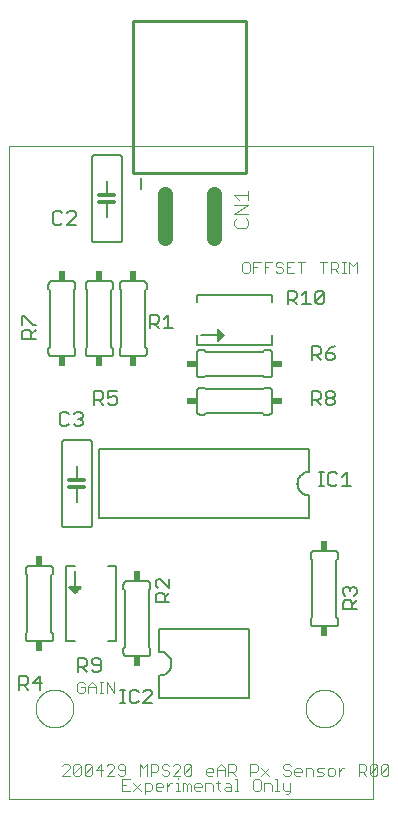
<source format=gto>
G75*
%MOIN*%
%OFA0B0*%
%FSLAX25Y25*%
%IPPOS*%
%LPD*%
%AMOC8*
5,1,8,0,0,1.08239X$1,22.5*
%
%ADD10C,0.00000*%
%ADD11C,0.00300*%
%ADD12C,0.01200*%
%ADD13C,0.00600*%
%ADD14C,0.00500*%
%ADD15C,0.05000*%
%ADD16C,0.01000*%
%ADD17C,0.00400*%
%ADD18R,0.02400X0.03400*%
%ADD19R,0.03400X0.02400*%
D10*
X0001800Y0001800D02*
X0001800Y0219261D01*
X0123001Y0219261D01*
X0123001Y0001800D01*
X0001800Y0001800D01*
X0010501Y0031800D02*
X0010503Y0031958D01*
X0010509Y0032116D01*
X0010519Y0032274D01*
X0010533Y0032432D01*
X0010551Y0032589D01*
X0010572Y0032746D01*
X0010598Y0032902D01*
X0010628Y0033058D01*
X0010661Y0033213D01*
X0010699Y0033366D01*
X0010740Y0033519D01*
X0010785Y0033671D01*
X0010834Y0033822D01*
X0010887Y0033971D01*
X0010943Y0034119D01*
X0011003Y0034265D01*
X0011067Y0034410D01*
X0011135Y0034553D01*
X0011206Y0034695D01*
X0011280Y0034835D01*
X0011358Y0034972D01*
X0011440Y0035108D01*
X0011524Y0035242D01*
X0011613Y0035373D01*
X0011704Y0035502D01*
X0011799Y0035629D01*
X0011896Y0035754D01*
X0011997Y0035876D01*
X0012101Y0035995D01*
X0012208Y0036112D01*
X0012318Y0036226D01*
X0012431Y0036337D01*
X0012546Y0036446D01*
X0012664Y0036551D01*
X0012785Y0036653D01*
X0012908Y0036753D01*
X0013034Y0036849D01*
X0013162Y0036942D01*
X0013292Y0037032D01*
X0013425Y0037118D01*
X0013560Y0037202D01*
X0013696Y0037281D01*
X0013835Y0037358D01*
X0013976Y0037430D01*
X0014118Y0037500D01*
X0014262Y0037565D01*
X0014408Y0037627D01*
X0014555Y0037685D01*
X0014704Y0037740D01*
X0014854Y0037791D01*
X0015005Y0037838D01*
X0015157Y0037881D01*
X0015310Y0037920D01*
X0015465Y0037956D01*
X0015620Y0037987D01*
X0015776Y0038015D01*
X0015932Y0038039D01*
X0016089Y0038059D01*
X0016247Y0038075D01*
X0016404Y0038087D01*
X0016563Y0038095D01*
X0016721Y0038099D01*
X0016879Y0038099D01*
X0017037Y0038095D01*
X0017196Y0038087D01*
X0017353Y0038075D01*
X0017511Y0038059D01*
X0017668Y0038039D01*
X0017824Y0038015D01*
X0017980Y0037987D01*
X0018135Y0037956D01*
X0018290Y0037920D01*
X0018443Y0037881D01*
X0018595Y0037838D01*
X0018746Y0037791D01*
X0018896Y0037740D01*
X0019045Y0037685D01*
X0019192Y0037627D01*
X0019338Y0037565D01*
X0019482Y0037500D01*
X0019624Y0037430D01*
X0019765Y0037358D01*
X0019904Y0037281D01*
X0020040Y0037202D01*
X0020175Y0037118D01*
X0020308Y0037032D01*
X0020438Y0036942D01*
X0020566Y0036849D01*
X0020692Y0036753D01*
X0020815Y0036653D01*
X0020936Y0036551D01*
X0021054Y0036446D01*
X0021169Y0036337D01*
X0021282Y0036226D01*
X0021392Y0036112D01*
X0021499Y0035995D01*
X0021603Y0035876D01*
X0021704Y0035754D01*
X0021801Y0035629D01*
X0021896Y0035502D01*
X0021987Y0035373D01*
X0022076Y0035242D01*
X0022160Y0035108D01*
X0022242Y0034972D01*
X0022320Y0034835D01*
X0022394Y0034695D01*
X0022465Y0034553D01*
X0022533Y0034410D01*
X0022597Y0034265D01*
X0022657Y0034119D01*
X0022713Y0033971D01*
X0022766Y0033822D01*
X0022815Y0033671D01*
X0022860Y0033519D01*
X0022901Y0033366D01*
X0022939Y0033213D01*
X0022972Y0033058D01*
X0023002Y0032902D01*
X0023028Y0032746D01*
X0023049Y0032589D01*
X0023067Y0032432D01*
X0023081Y0032274D01*
X0023091Y0032116D01*
X0023097Y0031958D01*
X0023099Y0031800D01*
X0023097Y0031642D01*
X0023091Y0031484D01*
X0023081Y0031326D01*
X0023067Y0031168D01*
X0023049Y0031011D01*
X0023028Y0030854D01*
X0023002Y0030698D01*
X0022972Y0030542D01*
X0022939Y0030387D01*
X0022901Y0030234D01*
X0022860Y0030081D01*
X0022815Y0029929D01*
X0022766Y0029778D01*
X0022713Y0029629D01*
X0022657Y0029481D01*
X0022597Y0029335D01*
X0022533Y0029190D01*
X0022465Y0029047D01*
X0022394Y0028905D01*
X0022320Y0028765D01*
X0022242Y0028628D01*
X0022160Y0028492D01*
X0022076Y0028358D01*
X0021987Y0028227D01*
X0021896Y0028098D01*
X0021801Y0027971D01*
X0021704Y0027846D01*
X0021603Y0027724D01*
X0021499Y0027605D01*
X0021392Y0027488D01*
X0021282Y0027374D01*
X0021169Y0027263D01*
X0021054Y0027154D01*
X0020936Y0027049D01*
X0020815Y0026947D01*
X0020692Y0026847D01*
X0020566Y0026751D01*
X0020438Y0026658D01*
X0020308Y0026568D01*
X0020175Y0026482D01*
X0020040Y0026398D01*
X0019904Y0026319D01*
X0019765Y0026242D01*
X0019624Y0026170D01*
X0019482Y0026100D01*
X0019338Y0026035D01*
X0019192Y0025973D01*
X0019045Y0025915D01*
X0018896Y0025860D01*
X0018746Y0025809D01*
X0018595Y0025762D01*
X0018443Y0025719D01*
X0018290Y0025680D01*
X0018135Y0025644D01*
X0017980Y0025613D01*
X0017824Y0025585D01*
X0017668Y0025561D01*
X0017511Y0025541D01*
X0017353Y0025525D01*
X0017196Y0025513D01*
X0017037Y0025505D01*
X0016879Y0025501D01*
X0016721Y0025501D01*
X0016563Y0025505D01*
X0016404Y0025513D01*
X0016247Y0025525D01*
X0016089Y0025541D01*
X0015932Y0025561D01*
X0015776Y0025585D01*
X0015620Y0025613D01*
X0015465Y0025644D01*
X0015310Y0025680D01*
X0015157Y0025719D01*
X0015005Y0025762D01*
X0014854Y0025809D01*
X0014704Y0025860D01*
X0014555Y0025915D01*
X0014408Y0025973D01*
X0014262Y0026035D01*
X0014118Y0026100D01*
X0013976Y0026170D01*
X0013835Y0026242D01*
X0013696Y0026319D01*
X0013560Y0026398D01*
X0013425Y0026482D01*
X0013292Y0026568D01*
X0013162Y0026658D01*
X0013034Y0026751D01*
X0012908Y0026847D01*
X0012785Y0026947D01*
X0012664Y0027049D01*
X0012546Y0027154D01*
X0012431Y0027263D01*
X0012318Y0027374D01*
X0012208Y0027488D01*
X0012101Y0027605D01*
X0011997Y0027724D01*
X0011896Y0027846D01*
X0011799Y0027971D01*
X0011704Y0028098D01*
X0011613Y0028227D01*
X0011524Y0028358D01*
X0011440Y0028492D01*
X0011358Y0028628D01*
X0011280Y0028765D01*
X0011206Y0028905D01*
X0011135Y0029047D01*
X0011067Y0029190D01*
X0011003Y0029335D01*
X0010943Y0029481D01*
X0010887Y0029629D01*
X0010834Y0029778D01*
X0010785Y0029929D01*
X0010740Y0030081D01*
X0010699Y0030234D01*
X0010661Y0030387D01*
X0010628Y0030542D01*
X0010598Y0030698D01*
X0010572Y0030854D01*
X0010551Y0031011D01*
X0010533Y0031168D01*
X0010519Y0031326D01*
X0010509Y0031484D01*
X0010503Y0031642D01*
X0010501Y0031800D01*
X0100501Y0031800D02*
X0100503Y0031958D01*
X0100509Y0032116D01*
X0100519Y0032274D01*
X0100533Y0032432D01*
X0100551Y0032589D01*
X0100572Y0032746D01*
X0100598Y0032902D01*
X0100628Y0033058D01*
X0100661Y0033213D01*
X0100699Y0033366D01*
X0100740Y0033519D01*
X0100785Y0033671D01*
X0100834Y0033822D01*
X0100887Y0033971D01*
X0100943Y0034119D01*
X0101003Y0034265D01*
X0101067Y0034410D01*
X0101135Y0034553D01*
X0101206Y0034695D01*
X0101280Y0034835D01*
X0101358Y0034972D01*
X0101440Y0035108D01*
X0101524Y0035242D01*
X0101613Y0035373D01*
X0101704Y0035502D01*
X0101799Y0035629D01*
X0101896Y0035754D01*
X0101997Y0035876D01*
X0102101Y0035995D01*
X0102208Y0036112D01*
X0102318Y0036226D01*
X0102431Y0036337D01*
X0102546Y0036446D01*
X0102664Y0036551D01*
X0102785Y0036653D01*
X0102908Y0036753D01*
X0103034Y0036849D01*
X0103162Y0036942D01*
X0103292Y0037032D01*
X0103425Y0037118D01*
X0103560Y0037202D01*
X0103696Y0037281D01*
X0103835Y0037358D01*
X0103976Y0037430D01*
X0104118Y0037500D01*
X0104262Y0037565D01*
X0104408Y0037627D01*
X0104555Y0037685D01*
X0104704Y0037740D01*
X0104854Y0037791D01*
X0105005Y0037838D01*
X0105157Y0037881D01*
X0105310Y0037920D01*
X0105465Y0037956D01*
X0105620Y0037987D01*
X0105776Y0038015D01*
X0105932Y0038039D01*
X0106089Y0038059D01*
X0106247Y0038075D01*
X0106404Y0038087D01*
X0106563Y0038095D01*
X0106721Y0038099D01*
X0106879Y0038099D01*
X0107037Y0038095D01*
X0107196Y0038087D01*
X0107353Y0038075D01*
X0107511Y0038059D01*
X0107668Y0038039D01*
X0107824Y0038015D01*
X0107980Y0037987D01*
X0108135Y0037956D01*
X0108290Y0037920D01*
X0108443Y0037881D01*
X0108595Y0037838D01*
X0108746Y0037791D01*
X0108896Y0037740D01*
X0109045Y0037685D01*
X0109192Y0037627D01*
X0109338Y0037565D01*
X0109482Y0037500D01*
X0109624Y0037430D01*
X0109765Y0037358D01*
X0109904Y0037281D01*
X0110040Y0037202D01*
X0110175Y0037118D01*
X0110308Y0037032D01*
X0110438Y0036942D01*
X0110566Y0036849D01*
X0110692Y0036753D01*
X0110815Y0036653D01*
X0110936Y0036551D01*
X0111054Y0036446D01*
X0111169Y0036337D01*
X0111282Y0036226D01*
X0111392Y0036112D01*
X0111499Y0035995D01*
X0111603Y0035876D01*
X0111704Y0035754D01*
X0111801Y0035629D01*
X0111896Y0035502D01*
X0111987Y0035373D01*
X0112076Y0035242D01*
X0112160Y0035108D01*
X0112242Y0034972D01*
X0112320Y0034835D01*
X0112394Y0034695D01*
X0112465Y0034553D01*
X0112533Y0034410D01*
X0112597Y0034265D01*
X0112657Y0034119D01*
X0112713Y0033971D01*
X0112766Y0033822D01*
X0112815Y0033671D01*
X0112860Y0033519D01*
X0112901Y0033366D01*
X0112939Y0033213D01*
X0112972Y0033058D01*
X0113002Y0032902D01*
X0113028Y0032746D01*
X0113049Y0032589D01*
X0113067Y0032432D01*
X0113081Y0032274D01*
X0113091Y0032116D01*
X0113097Y0031958D01*
X0113099Y0031800D01*
X0113097Y0031642D01*
X0113091Y0031484D01*
X0113081Y0031326D01*
X0113067Y0031168D01*
X0113049Y0031011D01*
X0113028Y0030854D01*
X0113002Y0030698D01*
X0112972Y0030542D01*
X0112939Y0030387D01*
X0112901Y0030234D01*
X0112860Y0030081D01*
X0112815Y0029929D01*
X0112766Y0029778D01*
X0112713Y0029629D01*
X0112657Y0029481D01*
X0112597Y0029335D01*
X0112533Y0029190D01*
X0112465Y0029047D01*
X0112394Y0028905D01*
X0112320Y0028765D01*
X0112242Y0028628D01*
X0112160Y0028492D01*
X0112076Y0028358D01*
X0111987Y0028227D01*
X0111896Y0028098D01*
X0111801Y0027971D01*
X0111704Y0027846D01*
X0111603Y0027724D01*
X0111499Y0027605D01*
X0111392Y0027488D01*
X0111282Y0027374D01*
X0111169Y0027263D01*
X0111054Y0027154D01*
X0110936Y0027049D01*
X0110815Y0026947D01*
X0110692Y0026847D01*
X0110566Y0026751D01*
X0110438Y0026658D01*
X0110308Y0026568D01*
X0110175Y0026482D01*
X0110040Y0026398D01*
X0109904Y0026319D01*
X0109765Y0026242D01*
X0109624Y0026170D01*
X0109482Y0026100D01*
X0109338Y0026035D01*
X0109192Y0025973D01*
X0109045Y0025915D01*
X0108896Y0025860D01*
X0108746Y0025809D01*
X0108595Y0025762D01*
X0108443Y0025719D01*
X0108290Y0025680D01*
X0108135Y0025644D01*
X0107980Y0025613D01*
X0107824Y0025585D01*
X0107668Y0025561D01*
X0107511Y0025541D01*
X0107353Y0025525D01*
X0107196Y0025513D01*
X0107037Y0025505D01*
X0106879Y0025501D01*
X0106721Y0025501D01*
X0106563Y0025505D01*
X0106404Y0025513D01*
X0106247Y0025525D01*
X0106089Y0025541D01*
X0105932Y0025561D01*
X0105776Y0025585D01*
X0105620Y0025613D01*
X0105465Y0025644D01*
X0105310Y0025680D01*
X0105157Y0025719D01*
X0105005Y0025762D01*
X0104854Y0025809D01*
X0104704Y0025860D01*
X0104555Y0025915D01*
X0104408Y0025973D01*
X0104262Y0026035D01*
X0104118Y0026100D01*
X0103976Y0026170D01*
X0103835Y0026242D01*
X0103696Y0026319D01*
X0103560Y0026398D01*
X0103425Y0026482D01*
X0103292Y0026568D01*
X0103162Y0026658D01*
X0103034Y0026751D01*
X0102908Y0026847D01*
X0102785Y0026947D01*
X0102664Y0027049D01*
X0102546Y0027154D01*
X0102431Y0027263D01*
X0102318Y0027374D01*
X0102208Y0027488D01*
X0102101Y0027605D01*
X0101997Y0027724D01*
X0101896Y0027846D01*
X0101799Y0027971D01*
X0101704Y0028098D01*
X0101613Y0028227D01*
X0101524Y0028358D01*
X0101440Y0028492D01*
X0101358Y0028628D01*
X0101280Y0028765D01*
X0101206Y0028905D01*
X0101135Y0029047D01*
X0101067Y0029190D01*
X0101003Y0029335D01*
X0100943Y0029481D01*
X0100887Y0029629D01*
X0100834Y0029778D01*
X0100785Y0029929D01*
X0100740Y0030081D01*
X0100699Y0030234D01*
X0100661Y0030387D01*
X0100628Y0030542D01*
X0100598Y0030698D01*
X0100572Y0030854D01*
X0100551Y0031011D01*
X0100533Y0031168D01*
X0100519Y0031326D01*
X0100509Y0031484D01*
X0100503Y0031642D01*
X0100501Y0031800D01*
D11*
X0094964Y0013153D02*
X0093730Y0013153D01*
X0093113Y0012536D01*
X0093113Y0011919D01*
X0093730Y0011302D01*
X0094964Y0011302D01*
X0095582Y0010684D01*
X0095582Y0010067D01*
X0094964Y0009450D01*
X0093730Y0009450D01*
X0093113Y0010067D01*
X0091017Y0008153D02*
X0091017Y0004450D01*
X0090400Y0004450D02*
X0091635Y0004450D01*
X0092856Y0005067D02*
X0092856Y0006919D01*
X0092856Y0005067D02*
X0093473Y0004450D01*
X0095324Y0004450D01*
X0095324Y0003833D02*
X0094707Y0003216D01*
X0094090Y0003216D01*
X0095324Y0003833D02*
X0095324Y0006919D01*
X0097413Y0009450D02*
X0096796Y0010067D01*
X0096796Y0011302D01*
X0097413Y0011919D01*
X0098648Y0011919D01*
X0099265Y0011302D01*
X0099265Y0010684D01*
X0096796Y0010684D01*
X0097413Y0009450D02*
X0098648Y0009450D01*
X0100479Y0009450D02*
X0100479Y0011919D01*
X0102331Y0011919D01*
X0102948Y0011302D01*
X0102948Y0009450D01*
X0104162Y0009450D02*
X0106014Y0009450D01*
X0106631Y0010067D01*
X0106014Y0010684D01*
X0104780Y0010684D01*
X0104162Y0011302D01*
X0104780Y0011919D01*
X0106631Y0011919D01*
X0107845Y0011302D02*
X0107845Y0010067D01*
X0108463Y0009450D01*
X0109697Y0009450D01*
X0110314Y0010067D01*
X0110314Y0011302D01*
X0109697Y0011919D01*
X0108463Y0011919D01*
X0107845Y0011302D01*
X0111529Y0011919D02*
X0111529Y0009450D01*
X0111529Y0010684D02*
X0112763Y0011919D01*
X0113380Y0011919D01*
X0118281Y0013153D02*
X0118281Y0009450D01*
X0118281Y0010684D02*
X0120133Y0010684D01*
X0120750Y0011302D01*
X0120750Y0012536D01*
X0120133Y0013153D01*
X0118281Y0013153D01*
X0119515Y0010684D02*
X0120750Y0009450D01*
X0121964Y0010067D02*
X0121964Y0012536D01*
X0122581Y0013153D01*
X0123816Y0013153D01*
X0124433Y0012536D01*
X0121964Y0010067D01*
X0122581Y0009450D01*
X0123816Y0009450D01*
X0124433Y0010067D01*
X0124433Y0012536D01*
X0125647Y0012536D02*
X0125647Y0010067D01*
X0128116Y0012536D01*
X0128116Y0010067D01*
X0127499Y0009450D01*
X0126265Y0009450D01*
X0125647Y0010067D01*
X0125647Y0012536D02*
X0126265Y0013153D01*
X0127499Y0013153D01*
X0128116Y0012536D01*
X0095582Y0012536D02*
X0094964Y0013153D01*
X0091017Y0008153D02*
X0090400Y0008153D01*
X0088569Y0006919D02*
X0089186Y0006302D01*
X0089186Y0004450D01*
X0088569Y0006919D02*
X0086717Y0006919D01*
X0086717Y0004450D01*
X0085503Y0005067D02*
X0085503Y0007536D01*
X0084885Y0008153D01*
X0083651Y0008153D01*
X0083034Y0007536D01*
X0083034Y0005067D01*
X0083651Y0004450D01*
X0084885Y0004450D01*
X0085503Y0005067D01*
X0085747Y0009450D02*
X0088215Y0011919D01*
X0085747Y0011919D02*
X0088215Y0009450D01*
X0084532Y0011302D02*
X0083915Y0010684D01*
X0082063Y0010684D01*
X0082063Y0009450D02*
X0082063Y0013153D01*
X0083915Y0013153D01*
X0084532Y0012536D01*
X0084532Y0011302D01*
X0078130Y0004450D02*
X0076895Y0004450D01*
X0077512Y0004450D02*
X0077512Y0008153D01*
X0076895Y0008153D01*
X0077166Y0009450D02*
X0075932Y0010684D01*
X0076549Y0010684D02*
X0074697Y0010684D01*
X0074697Y0009450D02*
X0074697Y0013153D01*
X0076549Y0013153D01*
X0077166Y0012536D01*
X0077166Y0011302D01*
X0076549Y0010684D01*
X0075064Y0006919D02*
X0073829Y0006919D01*
X0073829Y0005684D02*
X0075681Y0005684D01*
X0075681Y0006302D02*
X0075681Y0004450D01*
X0073829Y0004450D01*
X0073212Y0005067D01*
X0073829Y0005684D01*
X0075064Y0006919D02*
X0075681Y0006302D01*
X0073483Y0009450D02*
X0073483Y0011919D01*
X0072248Y0013153D01*
X0071014Y0011919D01*
X0071014Y0009450D01*
X0069800Y0010684D02*
X0067331Y0010684D01*
X0067331Y0010067D02*
X0067331Y0011302D01*
X0067948Y0011919D01*
X0069182Y0011919D01*
X0069800Y0011302D01*
X0069800Y0010684D01*
X0071014Y0011302D02*
X0073483Y0011302D01*
X0071374Y0007536D02*
X0071374Y0005067D01*
X0071991Y0004450D01*
X0071991Y0006919D02*
X0070757Y0006919D01*
X0069542Y0006302D02*
X0069542Y0004450D01*
X0069542Y0006302D02*
X0068925Y0006919D01*
X0067074Y0006919D01*
X0067074Y0004450D01*
X0065859Y0005684D02*
X0063390Y0005684D01*
X0063390Y0005067D02*
X0063390Y0006302D01*
X0064008Y0006919D01*
X0065242Y0006919D01*
X0065859Y0006302D01*
X0065859Y0005684D01*
X0065242Y0004450D02*
X0064008Y0004450D01*
X0063390Y0005067D01*
X0062176Y0004450D02*
X0062176Y0006302D01*
X0061559Y0006919D01*
X0060942Y0006302D01*
X0060942Y0004450D01*
X0059707Y0004450D02*
X0059707Y0006919D01*
X0060324Y0006919D01*
X0060942Y0006302D01*
X0060582Y0009450D02*
X0059965Y0010067D01*
X0062433Y0012536D01*
X0062433Y0010067D01*
X0061816Y0009450D01*
X0060582Y0009450D01*
X0059965Y0010067D02*
X0059965Y0012536D01*
X0060582Y0013153D01*
X0061816Y0013153D01*
X0062433Y0012536D01*
X0058750Y0012536D02*
X0058133Y0013153D01*
X0056899Y0013153D01*
X0056281Y0012536D01*
X0055067Y0012536D02*
X0054450Y0013153D01*
X0053215Y0013153D01*
X0052598Y0012536D01*
X0052598Y0011919D01*
X0053215Y0011302D01*
X0054450Y0011302D01*
X0055067Y0010684D01*
X0055067Y0010067D01*
X0054450Y0009450D01*
X0053215Y0009450D01*
X0052598Y0010067D01*
X0051384Y0011302D02*
X0050767Y0010684D01*
X0048915Y0010684D01*
X0048915Y0009450D02*
X0048915Y0013153D01*
X0050767Y0013153D01*
X0051384Y0012536D01*
X0051384Y0011302D01*
X0051117Y0006919D02*
X0052351Y0006919D01*
X0052968Y0006302D01*
X0052968Y0005684D01*
X0050499Y0005684D01*
X0050499Y0005067D02*
X0050499Y0006302D01*
X0051117Y0006919D01*
X0049285Y0006302D02*
X0049285Y0005067D01*
X0048668Y0004450D01*
X0046816Y0004450D01*
X0045602Y0004450D02*
X0043133Y0006919D01*
X0041919Y0008153D02*
X0039450Y0008153D01*
X0039450Y0004450D01*
X0041919Y0004450D01*
X0043133Y0004450D02*
X0045602Y0006919D01*
X0046816Y0006919D02*
X0046816Y0003216D01*
X0046816Y0006919D02*
X0048668Y0006919D01*
X0049285Y0006302D01*
X0050499Y0005067D02*
X0051117Y0004450D01*
X0052351Y0004450D01*
X0054183Y0004450D02*
X0054183Y0006919D01*
X0055417Y0006919D02*
X0054183Y0005684D01*
X0055417Y0006919D02*
X0056034Y0006919D01*
X0057252Y0006919D02*
X0057869Y0006919D01*
X0057869Y0004450D01*
X0057252Y0004450D02*
X0058486Y0004450D01*
X0057869Y0008153D02*
X0057869Y0008770D01*
X0058750Y0009450D02*
X0056281Y0009450D01*
X0058750Y0011919D01*
X0058750Y0012536D01*
X0067331Y0010067D02*
X0067948Y0009450D01*
X0069182Y0009450D01*
X0047701Y0009450D02*
X0047701Y0013153D01*
X0046466Y0011919D01*
X0045232Y0013153D01*
X0045232Y0009450D01*
X0040334Y0010067D02*
X0040334Y0012536D01*
X0039717Y0013153D01*
X0038483Y0013153D01*
X0037866Y0012536D01*
X0037866Y0011919D01*
X0038483Y0011302D01*
X0040334Y0011302D01*
X0040334Y0010067D02*
X0039717Y0009450D01*
X0038483Y0009450D01*
X0037866Y0010067D01*
X0036651Y0009450D02*
X0034183Y0009450D01*
X0036651Y0011919D01*
X0036651Y0012536D01*
X0036034Y0013153D01*
X0034800Y0013153D01*
X0034183Y0012536D01*
X0032968Y0011302D02*
X0030499Y0011302D01*
X0032351Y0013153D01*
X0032351Y0009450D01*
X0029285Y0010067D02*
X0028668Y0009450D01*
X0027433Y0009450D01*
X0026816Y0010067D01*
X0029285Y0012536D01*
X0029285Y0010067D01*
X0029285Y0012536D02*
X0028668Y0013153D01*
X0027433Y0013153D01*
X0026816Y0012536D01*
X0026816Y0010067D01*
X0025602Y0010067D02*
X0025602Y0012536D01*
X0023133Y0010067D01*
X0023750Y0009450D01*
X0024985Y0009450D01*
X0025602Y0010067D01*
X0025602Y0012536D02*
X0024985Y0013153D01*
X0023750Y0013153D01*
X0023133Y0012536D01*
X0023133Y0010067D01*
X0021919Y0009450D02*
X0019450Y0009450D01*
X0021919Y0011919D01*
X0021919Y0012536D01*
X0021302Y0013153D01*
X0020067Y0013153D01*
X0019450Y0012536D01*
X0025067Y0036950D02*
X0024450Y0037567D01*
X0024450Y0040036D01*
X0025067Y0040653D01*
X0026302Y0040653D01*
X0026919Y0040036D01*
X0026919Y0038802D02*
X0025684Y0038802D01*
X0026919Y0038802D02*
X0026919Y0037567D01*
X0026302Y0036950D01*
X0025067Y0036950D01*
X0028133Y0036950D02*
X0028133Y0039419D01*
X0029368Y0040653D01*
X0030602Y0039419D01*
X0030602Y0036950D01*
X0031816Y0036950D02*
X0033051Y0036950D01*
X0032433Y0036950D02*
X0032433Y0040653D01*
X0031816Y0040653D02*
X0033051Y0040653D01*
X0034272Y0040653D02*
X0034272Y0036950D01*
X0036740Y0036950D02*
X0034272Y0040653D01*
X0036740Y0040653D02*
X0036740Y0036950D01*
X0030602Y0038802D02*
X0028133Y0038802D01*
X0039450Y0006302D02*
X0040684Y0006302D01*
X0080067Y0176950D02*
X0081302Y0176950D01*
X0081919Y0177567D01*
X0081919Y0180036D01*
X0081302Y0180653D01*
X0080067Y0180653D01*
X0079450Y0180036D01*
X0079450Y0177567D01*
X0080067Y0176950D01*
X0083133Y0176950D02*
X0083133Y0180653D01*
X0085602Y0180653D01*
X0086816Y0180653D02*
X0086816Y0176950D01*
X0086816Y0178802D02*
X0088051Y0178802D01*
X0089285Y0180653D02*
X0086816Y0180653D01*
X0084368Y0178802D02*
X0083133Y0178802D01*
X0090499Y0179419D02*
X0091117Y0178802D01*
X0092351Y0178802D01*
X0092968Y0178184D01*
X0092968Y0177567D01*
X0092351Y0176950D01*
X0091117Y0176950D01*
X0090499Y0177567D01*
X0090499Y0179419D02*
X0090499Y0180036D01*
X0091117Y0180653D01*
X0092351Y0180653D01*
X0092968Y0180036D01*
X0094183Y0180653D02*
X0094183Y0176950D01*
X0096651Y0176950D01*
X0095417Y0178802D02*
X0094183Y0178802D01*
X0094183Y0180653D02*
X0096651Y0180653D01*
X0097866Y0180653D02*
X0100334Y0180653D01*
X0099100Y0180653D02*
X0099100Y0176950D01*
X0105232Y0180653D02*
X0107701Y0180653D01*
X0108915Y0180653D02*
X0108915Y0176950D01*
X0108915Y0178184D02*
X0110767Y0178184D01*
X0111384Y0178802D01*
X0111384Y0180036D01*
X0110767Y0180653D01*
X0108915Y0180653D01*
X0110150Y0178184D02*
X0111384Y0176950D01*
X0112598Y0176950D02*
X0113833Y0176950D01*
X0113215Y0176950D02*
X0113215Y0180653D01*
X0112598Y0180653D02*
X0113833Y0180653D01*
X0115054Y0180653D02*
X0115054Y0176950D01*
X0116288Y0179419D02*
X0115054Y0180653D01*
X0116288Y0179419D02*
X0117523Y0180653D01*
X0117523Y0176950D01*
X0106466Y0176950D02*
X0106466Y0180653D01*
D12*
X0036800Y0200600D02*
X0034300Y0200600D01*
X0031800Y0200600D01*
X0031800Y0203100D02*
X0034300Y0203100D01*
X0036800Y0203100D01*
X0026800Y0108000D02*
X0024300Y0108000D01*
X0021800Y0108000D01*
X0021800Y0105500D02*
X0024300Y0105500D01*
X0026800Y0105500D01*
D13*
X0024300Y0105500D02*
X0024300Y0100800D01*
X0024300Y0108000D02*
X0024300Y0112800D01*
X0019300Y0120300D02*
X0019302Y0120360D01*
X0019307Y0120421D01*
X0019316Y0120480D01*
X0019329Y0120539D01*
X0019345Y0120598D01*
X0019365Y0120655D01*
X0019388Y0120710D01*
X0019415Y0120765D01*
X0019444Y0120817D01*
X0019477Y0120868D01*
X0019513Y0120917D01*
X0019551Y0120963D01*
X0019593Y0121007D01*
X0019637Y0121049D01*
X0019683Y0121087D01*
X0019732Y0121123D01*
X0019783Y0121156D01*
X0019835Y0121185D01*
X0019890Y0121212D01*
X0019945Y0121235D01*
X0020002Y0121255D01*
X0020061Y0121271D01*
X0020120Y0121284D01*
X0020179Y0121293D01*
X0020240Y0121298D01*
X0020300Y0121300D01*
X0028300Y0121300D01*
X0028360Y0121298D01*
X0028421Y0121293D01*
X0028480Y0121284D01*
X0028539Y0121271D01*
X0028598Y0121255D01*
X0028655Y0121235D01*
X0028710Y0121212D01*
X0028765Y0121185D01*
X0028817Y0121156D01*
X0028868Y0121123D01*
X0028917Y0121087D01*
X0028963Y0121049D01*
X0029007Y0121007D01*
X0029049Y0120963D01*
X0029087Y0120917D01*
X0029123Y0120868D01*
X0029156Y0120817D01*
X0029185Y0120765D01*
X0029212Y0120710D01*
X0029235Y0120655D01*
X0029255Y0120598D01*
X0029271Y0120539D01*
X0029284Y0120480D01*
X0029293Y0120421D01*
X0029298Y0120360D01*
X0029300Y0120300D01*
X0029300Y0093300D01*
X0029298Y0093240D01*
X0029293Y0093179D01*
X0029284Y0093120D01*
X0029271Y0093061D01*
X0029255Y0093002D01*
X0029235Y0092945D01*
X0029212Y0092890D01*
X0029185Y0092835D01*
X0029156Y0092783D01*
X0029123Y0092732D01*
X0029087Y0092683D01*
X0029049Y0092637D01*
X0029007Y0092593D01*
X0028963Y0092551D01*
X0028917Y0092513D01*
X0028868Y0092477D01*
X0028817Y0092444D01*
X0028765Y0092415D01*
X0028710Y0092388D01*
X0028655Y0092365D01*
X0028598Y0092345D01*
X0028539Y0092329D01*
X0028480Y0092316D01*
X0028421Y0092307D01*
X0028360Y0092302D01*
X0028300Y0092300D01*
X0020300Y0092300D01*
X0020240Y0092302D01*
X0020179Y0092307D01*
X0020120Y0092316D01*
X0020061Y0092329D01*
X0020002Y0092345D01*
X0019945Y0092365D01*
X0019890Y0092388D01*
X0019835Y0092415D01*
X0019783Y0092444D01*
X0019732Y0092477D01*
X0019683Y0092513D01*
X0019637Y0092551D01*
X0019593Y0092593D01*
X0019551Y0092637D01*
X0019513Y0092683D01*
X0019477Y0092732D01*
X0019444Y0092783D01*
X0019415Y0092835D01*
X0019388Y0092890D01*
X0019365Y0092945D01*
X0019345Y0093002D01*
X0019329Y0093061D01*
X0019316Y0093120D01*
X0019307Y0093179D01*
X0019302Y0093240D01*
X0019300Y0093300D01*
X0019300Y0120300D01*
X0031800Y0118300D02*
X0031800Y0095300D01*
X0101800Y0095300D01*
X0101800Y0102800D01*
X0101674Y0102802D01*
X0101549Y0102808D01*
X0101424Y0102818D01*
X0101299Y0102832D01*
X0101174Y0102849D01*
X0101050Y0102871D01*
X0100927Y0102896D01*
X0100805Y0102926D01*
X0100684Y0102959D01*
X0100564Y0102996D01*
X0100445Y0103036D01*
X0100328Y0103081D01*
X0100211Y0103129D01*
X0100097Y0103181D01*
X0099984Y0103236D01*
X0099873Y0103295D01*
X0099764Y0103357D01*
X0099657Y0103423D01*
X0099552Y0103492D01*
X0099449Y0103564D01*
X0099348Y0103639D01*
X0099250Y0103718D01*
X0099155Y0103800D01*
X0099062Y0103884D01*
X0098972Y0103972D01*
X0098884Y0104062D01*
X0098800Y0104155D01*
X0098718Y0104250D01*
X0098639Y0104348D01*
X0098564Y0104449D01*
X0098492Y0104552D01*
X0098423Y0104657D01*
X0098357Y0104764D01*
X0098295Y0104873D01*
X0098236Y0104984D01*
X0098181Y0105097D01*
X0098129Y0105211D01*
X0098081Y0105328D01*
X0098036Y0105445D01*
X0097996Y0105564D01*
X0097959Y0105684D01*
X0097926Y0105805D01*
X0097896Y0105927D01*
X0097871Y0106050D01*
X0097849Y0106174D01*
X0097832Y0106299D01*
X0097818Y0106424D01*
X0097808Y0106549D01*
X0097802Y0106674D01*
X0097800Y0106800D01*
X0097802Y0106926D01*
X0097808Y0107051D01*
X0097818Y0107176D01*
X0097832Y0107301D01*
X0097849Y0107426D01*
X0097871Y0107550D01*
X0097896Y0107673D01*
X0097926Y0107795D01*
X0097959Y0107916D01*
X0097996Y0108036D01*
X0098036Y0108155D01*
X0098081Y0108272D01*
X0098129Y0108389D01*
X0098181Y0108503D01*
X0098236Y0108616D01*
X0098295Y0108727D01*
X0098357Y0108836D01*
X0098423Y0108943D01*
X0098492Y0109048D01*
X0098564Y0109151D01*
X0098639Y0109252D01*
X0098718Y0109350D01*
X0098800Y0109445D01*
X0098884Y0109538D01*
X0098972Y0109628D01*
X0099062Y0109716D01*
X0099155Y0109800D01*
X0099250Y0109882D01*
X0099348Y0109961D01*
X0099449Y0110036D01*
X0099552Y0110108D01*
X0099657Y0110177D01*
X0099764Y0110243D01*
X0099873Y0110305D01*
X0099984Y0110364D01*
X0100097Y0110419D01*
X0100211Y0110471D01*
X0100328Y0110519D01*
X0100445Y0110564D01*
X0100564Y0110604D01*
X0100684Y0110641D01*
X0100805Y0110674D01*
X0100927Y0110704D01*
X0101050Y0110729D01*
X0101174Y0110751D01*
X0101299Y0110768D01*
X0101424Y0110782D01*
X0101549Y0110792D01*
X0101674Y0110798D01*
X0101800Y0110800D01*
X0101800Y0118300D01*
X0031800Y0118300D01*
X0035300Y0149300D02*
X0028300Y0149300D01*
X0028240Y0149302D01*
X0028179Y0149307D01*
X0028120Y0149316D01*
X0028061Y0149329D01*
X0028002Y0149345D01*
X0027945Y0149365D01*
X0027890Y0149388D01*
X0027835Y0149415D01*
X0027783Y0149444D01*
X0027732Y0149477D01*
X0027683Y0149513D01*
X0027637Y0149551D01*
X0027593Y0149593D01*
X0027551Y0149637D01*
X0027513Y0149683D01*
X0027477Y0149732D01*
X0027444Y0149783D01*
X0027415Y0149835D01*
X0027388Y0149890D01*
X0027365Y0149945D01*
X0027345Y0150002D01*
X0027329Y0150061D01*
X0027316Y0150120D01*
X0027307Y0150179D01*
X0027302Y0150240D01*
X0027300Y0150300D01*
X0027300Y0151800D01*
X0027800Y0152300D01*
X0027800Y0171300D01*
X0027300Y0171800D01*
X0027300Y0173300D01*
X0027302Y0173360D01*
X0027307Y0173421D01*
X0027316Y0173480D01*
X0027329Y0173539D01*
X0027345Y0173598D01*
X0027365Y0173655D01*
X0027388Y0173710D01*
X0027415Y0173765D01*
X0027444Y0173817D01*
X0027477Y0173868D01*
X0027513Y0173917D01*
X0027551Y0173963D01*
X0027593Y0174007D01*
X0027637Y0174049D01*
X0027683Y0174087D01*
X0027732Y0174123D01*
X0027783Y0174156D01*
X0027835Y0174185D01*
X0027890Y0174212D01*
X0027945Y0174235D01*
X0028002Y0174255D01*
X0028061Y0174271D01*
X0028120Y0174284D01*
X0028179Y0174293D01*
X0028240Y0174298D01*
X0028300Y0174300D01*
X0035300Y0174300D01*
X0035360Y0174298D01*
X0035421Y0174293D01*
X0035480Y0174284D01*
X0035539Y0174271D01*
X0035598Y0174255D01*
X0035655Y0174235D01*
X0035710Y0174212D01*
X0035765Y0174185D01*
X0035817Y0174156D01*
X0035868Y0174123D01*
X0035917Y0174087D01*
X0035963Y0174049D01*
X0036007Y0174007D01*
X0036049Y0173963D01*
X0036087Y0173917D01*
X0036123Y0173868D01*
X0036156Y0173817D01*
X0036185Y0173765D01*
X0036212Y0173710D01*
X0036235Y0173655D01*
X0036255Y0173598D01*
X0036271Y0173539D01*
X0036284Y0173480D01*
X0036293Y0173421D01*
X0036298Y0173360D01*
X0036300Y0173300D01*
X0036300Y0171800D01*
X0035800Y0171300D01*
X0035800Y0152300D01*
X0036300Y0151800D01*
X0036300Y0150300D01*
X0036298Y0150240D01*
X0036293Y0150179D01*
X0036284Y0150120D01*
X0036271Y0150061D01*
X0036255Y0150002D01*
X0036235Y0149945D01*
X0036212Y0149890D01*
X0036185Y0149835D01*
X0036156Y0149783D01*
X0036123Y0149732D01*
X0036087Y0149683D01*
X0036049Y0149637D01*
X0036007Y0149593D01*
X0035963Y0149551D01*
X0035917Y0149513D01*
X0035868Y0149477D01*
X0035817Y0149444D01*
X0035765Y0149415D01*
X0035710Y0149388D01*
X0035655Y0149365D01*
X0035598Y0149345D01*
X0035539Y0149329D01*
X0035480Y0149316D01*
X0035421Y0149307D01*
X0035360Y0149302D01*
X0035300Y0149300D01*
X0038550Y0150300D02*
X0038550Y0151800D01*
X0039050Y0152300D01*
X0039050Y0171300D01*
X0038550Y0171800D01*
X0038550Y0173300D01*
X0038552Y0173360D01*
X0038557Y0173421D01*
X0038566Y0173480D01*
X0038579Y0173539D01*
X0038595Y0173598D01*
X0038615Y0173655D01*
X0038638Y0173710D01*
X0038665Y0173765D01*
X0038694Y0173817D01*
X0038727Y0173868D01*
X0038763Y0173917D01*
X0038801Y0173963D01*
X0038843Y0174007D01*
X0038887Y0174049D01*
X0038933Y0174087D01*
X0038982Y0174123D01*
X0039033Y0174156D01*
X0039085Y0174185D01*
X0039140Y0174212D01*
X0039195Y0174235D01*
X0039252Y0174255D01*
X0039311Y0174271D01*
X0039370Y0174284D01*
X0039429Y0174293D01*
X0039490Y0174298D01*
X0039550Y0174300D01*
X0046550Y0174300D01*
X0046610Y0174298D01*
X0046671Y0174293D01*
X0046730Y0174284D01*
X0046789Y0174271D01*
X0046848Y0174255D01*
X0046905Y0174235D01*
X0046960Y0174212D01*
X0047015Y0174185D01*
X0047067Y0174156D01*
X0047118Y0174123D01*
X0047167Y0174087D01*
X0047213Y0174049D01*
X0047257Y0174007D01*
X0047299Y0173963D01*
X0047337Y0173917D01*
X0047373Y0173868D01*
X0047406Y0173817D01*
X0047435Y0173765D01*
X0047462Y0173710D01*
X0047485Y0173655D01*
X0047505Y0173598D01*
X0047521Y0173539D01*
X0047534Y0173480D01*
X0047543Y0173421D01*
X0047548Y0173360D01*
X0047550Y0173300D01*
X0047550Y0171800D01*
X0047050Y0171300D01*
X0047050Y0152300D01*
X0047550Y0151800D01*
X0047550Y0150300D01*
X0047548Y0150240D01*
X0047543Y0150179D01*
X0047534Y0150120D01*
X0047521Y0150061D01*
X0047505Y0150002D01*
X0047485Y0149945D01*
X0047462Y0149890D01*
X0047435Y0149835D01*
X0047406Y0149783D01*
X0047373Y0149732D01*
X0047337Y0149683D01*
X0047299Y0149637D01*
X0047257Y0149593D01*
X0047213Y0149551D01*
X0047167Y0149513D01*
X0047118Y0149477D01*
X0047067Y0149444D01*
X0047015Y0149415D01*
X0046960Y0149388D01*
X0046905Y0149365D01*
X0046848Y0149345D01*
X0046789Y0149329D01*
X0046730Y0149316D01*
X0046671Y0149307D01*
X0046610Y0149302D01*
X0046550Y0149300D01*
X0039550Y0149300D01*
X0039490Y0149302D01*
X0039429Y0149307D01*
X0039370Y0149316D01*
X0039311Y0149329D01*
X0039252Y0149345D01*
X0039195Y0149365D01*
X0039140Y0149388D01*
X0039085Y0149415D01*
X0039033Y0149444D01*
X0038982Y0149477D01*
X0038933Y0149513D01*
X0038887Y0149551D01*
X0038843Y0149593D01*
X0038801Y0149637D01*
X0038763Y0149683D01*
X0038727Y0149732D01*
X0038694Y0149783D01*
X0038665Y0149835D01*
X0038638Y0149890D01*
X0038615Y0149945D01*
X0038595Y0150002D01*
X0038579Y0150061D01*
X0038566Y0150120D01*
X0038557Y0150179D01*
X0038552Y0150240D01*
X0038550Y0150300D01*
X0023800Y0150300D02*
X0023800Y0151800D01*
X0023300Y0152300D01*
X0023300Y0171300D01*
X0023800Y0171800D01*
X0023800Y0173300D01*
X0023798Y0173360D01*
X0023793Y0173421D01*
X0023784Y0173480D01*
X0023771Y0173539D01*
X0023755Y0173598D01*
X0023735Y0173655D01*
X0023712Y0173710D01*
X0023685Y0173765D01*
X0023656Y0173817D01*
X0023623Y0173868D01*
X0023587Y0173917D01*
X0023549Y0173963D01*
X0023507Y0174007D01*
X0023463Y0174049D01*
X0023417Y0174087D01*
X0023368Y0174123D01*
X0023317Y0174156D01*
X0023265Y0174185D01*
X0023210Y0174212D01*
X0023155Y0174235D01*
X0023098Y0174255D01*
X0023039Y0174271D01*
X0022980Y0174284D01*
X0022921Y0174293D01*
X0022860Y0174298D01*
X0022800Y0174300D01*
X0015800Y0174300D01*
X0015740Y0174298D01*
X0015679Y0174293D01*
X0015620Y0174284D01*
X0015561Y0174271D01*
X0015502Y0174255D01*
X0015445Y0174235D01*
X0015390Y0174212D01*
X0015335Y0174185D01*
X0015283Y0174156D01*
X0015232Y0174123D01*
X0015183Y0174087D01*
X0015137Y0174049D01*
X0015093Y0174007D01*
X0015051Y0173963D01*
X0015013Y0173917D01*
X0014977Y0173868D01*
X0014944Y0173817D01*
X0014915Y0173765D01*
X0014888Y0173710D01*
X0014865Y0173655D01*
X0014845Y0173598D01*
X0014829Y0173539D01*
X0014816Y0173480D01*
X0014807Y0173421D01*
X0014802Y0173360D01*
X0014800Y0173300D01*
X0014800Y0171800D01*
X0015300Y0171300D01*
X0015300Y0152300D01*
X0014800Y0151800D01*
X0014800Y0150300D01*
X0014802Y0150240D01*
X0014807Y0150179D01*
X0014816Y0150120D01*
X0014829Y0150061D01*
X0014845Y0150002D01*
X0014865Y0149945D01*
X0014888Y0149890D01*
X0014915Y0149835D01*
X0014944Y0149783D01*
X0014977Y0149732D01*
X0015013Y0149683D01*
X0015051Y0149637D01*
X0015093Y0149593D01*
X0015137Y0149551D01*
X0015183Y0149513D01*
X0015232Y0149477D01*
X0015283Y0149444D01*
X0015335Y0149415D01*
X0015390Y0149388D01*
X0015445Y0149365D01*
X0015502Y0149345D01*
X0015561Y0149329D01*
X0015620Y0149316D01*
X0015679Y0149307D01*
X0015740Y0149302D01*
X0015800Y0149300D01*
X0022800Y0149300D01*
X0022860Y0149302D01*
X0022921Y0149307D01*
X0022980Y0149316D01*
X0023039Y0149329D01*
X0023098Y0149345D01*
X0023155Y0149365D01*
X0023210Y0149388D01*
X0023265Y0149415D01*
X0023317Y0149444D01*
X0023368Y0149477D01*
X0023417Y0149513D01*
X0023463Y0149551D01*
X0023507Y0149593D01*
X0023549Y0149637D01*
X0023587Y0149683D01*
X0023623Y0149732D01*
X0023656Y0149783D01*
X0023685Y0149835D01*
X0023712Y0149890D01*
X0023735Y0149945D01*
X0023755Y0150002D01*
X0023771Y0150061D01*
X0023784Y0150120D01*
X0023793Y0150179D01*
X0023798Y0150240D01*
X0023800Y0150300D01*
X0030300Y0187300D02*
X0038300Y0187300D01*
X0038360Y0187302D01*
X0038421Y0187307D01*
X0038480Y0187316D01*
X0038539Y0187329D01*
X0038598Y0187345D01*
X0038655Y0187365D01*
X0038710Y0187388D01*
X0038765Y0187415D01*
X0038817Y0187444D01*
X0038868Y0187477D01*
X0038917Y0187513D01*
X0038963Y0187551D01*
X0039007Y0187593D01*
X0039049Y0187637D01*
X0039087Y0187683D01*
X0039123Y0187732D01*
X0039156Y0187783D01*
X0039185Y0187835D01*
X0039212Y0187890D01*
X0039235Y0187945D01*
X0039255Y0188002D01*
X0039271Y0188061D01*
X0039284Y0188120D01*
X0039293Y0188179D01*
X0039298Y0188240D01*
X0039300Y0188300D01*
X0039300Y0215300D01*
X0039298Y0215360D01*
X0039293Y0215421D01*
X0039284Y0215480D01*
X0039271Y0215539D01*
X0039255Y0215598D01*
X0039235Y0215655D01*
X0039212Y0215710D01*
X0039185Y0215765D01*
X0039156Y0215817D01*
X0039123Y0215868D01*
X0039087Y0215917D01*
X0039049Y0215963D01*
X0039007Y0216007D01*
X0038963Y0216049D01*
X0038917Y0216087D01*
X0038868Y0216123D01*
X0038817Y0216156D01*
X0038765Y0216185D01*
X0038710Y0216212D01*
X0038655Y0216235D01*
X0038598Y0216255D01*
X0038539Y0216271D01*
X0038480Y0216284D01*
X0038421Y0216293D01*
X0038360Y0216298D01*
X0038300Y0216300D01*
X0030300Y0216300D01*
X0030240Y0216298D01*
X0030179Y0216293D01*
X0030120Y0216284D01*
X0030061Y0216271D01*
X0030002Y0216255D01*
X0029945Y0216235D01*
X0029890Y0216212D01*
X0029835Y0216185D01*
X0029783Y0216156D01*
X0029732Y0216123D01*
X0029683Y0216087D01*
X0029637Y0216049D01*
X0029593Y0216007D01*
X0029551Y0215963D01*
X0029513Y0215917D01*
X0029477Y0215868D01*
X0029444Y0215817D01*
X0029415Y0215765D01*
X0029388Y0215710D01*
X0029365Y0215655D01*
X0029345Y0215598D01*
X0029329Y0215539D01*
X0029316Y0215480D01*
X0029307Y0215421D01*
X0029302Y0215360D01*
X0029300Y0215300D01*
X0029300Y0188300D01*
X0029302Y0188240D01*
X0029307Y0188179D01*
X0029316Y0188120D01*
X0029329Y0188061D01*
X0029345Y0188002D01*
X0029365Y0187945D01*
X0029388Y0187890D01*
X0029415Y0187835D01*
X0029444Y0187783D01*
X0029477Y0187732D01*
X0029513Y0187683D01*
X0029551Y0187637D01*
X0029593Y0187593D01*
X0029637Y0187551D01*
X0029683Y0187513D01*
X0029732Y0187477D01*
X0029783Y0187444D01*
X0029835Y0187415D01*
X0029890Y0187388D01*
X0029945Y0187365D01*
X0030002Y0187345D01*
X0030061Y0187329D01*
X0030120Y0187316D01*
X0030179Y0187307D01*
X0030240Y0187302D01*
X0030300Y0187300D01*
X0034300Y0195800D02*
X0034300Y0200600D01*
X0034300Y0203100D02*
X0034300Y0207800D01*
X0064300Y0169800D02*
X0064300Y0167300D01*
X0064300Y0169800D02*
X0089300Y0169800D01*
X0089300Y0167300D01*
X0089300Y0156300D02*
X0089300Y0153100D01*
X0064300Y0153100D01*
X0064300Y0156300D01*
X0065800Y0156300D02*
X0071800Y0156300D01*
X0071800Y0154800D01*
X0071300Y0154300D01*
X0071300Y0158300D01*
X0071800Y0157800D01*
X0071800Y0156300D01*
X0073300Y0156300D01*
X0072800Y0156800D01*
X0072300Y0157300D01*
X0071800Y0157800D01*
X0072300Y0157300D02*
X0072300Y0155300D01*
X0072800Y0155800D01*
X0072800Y0156800D01*
X0073300Y0156300D02*
X0072800Y0155800D01*
X0072300Y0155300D02*
X0071800Y0154800D01*
X0067300Y0150800D02*
X0086300Y0150800D01*
X0086800Y0151300D01*
X0088300Y0151300D01*
X0088360Y0151298D01*
X0088421Y0151293D01*
X0088480Y0151284D01*
X0088539Y0151271D01*
X0088598Y0151255D01*
X0088655Y0151235D01*
X0088710Y0151212D01*
X0088765Y0151185D01*
X0088817Y0151156D01*
X0088868Y0151123D01*
X0088917Y0151087D01*
X0088963Y0151049D01*
X0089007Y0151007D01*
X0089049Y0150963D01*
X0089087Y0150917D01*
X0089123Y0150868D01*
X0089156Y0150817D01*
X0089185Y0150765D01*
X0089212Y0150710D01*
X0089235Y0150655D01*
X0089255Y0150598D01*
X0089271Y0150539D01*
X0089284Y0150480D01*
X0089293Y0150421D01*
X0089298Y0150360D01*
X0089300Y0150300D01*
X0089300Y0143300D01*
X0089298Y0143240D01*
X0089293Y0143179D01*
X0089284Y0143120D01*
X0089271Y0143061D01*
X0089255Y0143002D01*
X0089235Y0142945D01*
X0089212Y0142890D01*
X0089185Y0142835D01*
X0089156Y0142783D01*
X0089123Y0142732D01*
X0089087Y0142683D01*
X0089049Y0142637D01*
X0089007Y0142593D01*
X0088963Y0142551D01*
X0088917Y0142513D01*
X0088868Y0142477D01*
X0088817Y0142444D01*
X0088765Y0142415D01*
X0088710Y0142388D01*
X0088655Y0142365D01*
X0088598Y0142345D01*
X0088539Y0142329D01*
X0088480Y0142316D01*
X0088421Y0142307D01*
X0088360Y0142302D01*
X0088300Y0142300D01*
X0086800Y0142300D01*
X0086300Y0142800D01*
X0067300Y0142800D01*
X0066800Y0142300D01*
X0065300Y0142300D01*
X0065240Y0142302D01*
X0065179Y0142307D01*
X0065120Y0142316D01*
X0065061Y0142329D01*
X0065002Y0142345D01*
X0064945Y0142365D01*
X0064890Y0142388D01*
X0064835Y0142415D01*
X0064783Y0142444D01*
X0064732Y0142477D01*
X0064683Y0142513D01*
X0064637Y0142551D01*
X0064593Y0142593D01*
X0064551Y0142637D01*
X0064513Y0142683D01*
X0064477Y0142732D01*
X0064444Y0142783D01*
X0064415Y0142835D01*
X0064388Y0142890D01*
X0064365Y0142945D01*
X0064345Y0143002D01*
X0064329Y0143061D01*
X0064316Y0143120D01*
X0064307Y0143179D01*
X0064302Y0143240D01*
X0064300Y0143300D01*
X0064300Y0150300D01*
X0064302Y0150360D01*
X0064307Y0150421D01*
X0064316Y0150480D01*
X0064329Y0150539D01*
X0064345Y0150598D01*
X0064365Y0150655D01*
X0064388Y0150710D01*
X0064415Y0150765D01*
X0064444Y0150817D01*
X0064477Y0150868D01*
X0064513Y0150917D01*
X0064551Y0150963D01*
X0064593Y0151007D01*
X0064637Y0151049D01*
X0064683Y0151087D01*
X0064732Y0151123D01*
X0064783Y0151156D01*
X0064835Y0151185D01*
X0064890Y0151212D01*
X0064945Y0151235D01*
X0065002Y0151255D01*
X0065061Y0151271D01*
X0065120Y0151284D01*
X0065179Y0151293D01*
X0065240Y0151298D01*
X0065300Y0151300D01*
X0066800Y0151300D01*
X0067300Y0150800D01*
X0066800Y0138800D02*
X0065300Y0138800D01*
X0065240Y0138798D01*
X0065179Y0138793D01*
X0065120Y0138784D01*
X0065061Y0138771D01*
X0065002Y0138755D01*
X0064945Y0138735D01*
X0064890Y0138712D01*
X0064835Y0138685D01*
X0064783Y0138656D01*
X0064732Y0138623D01*
X0064683Y0138587D01*
X0064637Y0138549D01*
X0064593Y0138507D01*
X0064551Y0138463D01*
X0064513Y0138417D01*
X0064477Y0138368D01*
X0064444Y0138317D01*
X0064415Y0138265D01*
X0064388Y0138210D01*
X0064365Y0138155D01*
X0064345Y0138098D01*
X0064329Y0138039D01*
X0064316Y0137980D01*
X0064307Y0137921D01*
X0064302Y0137860D01*
X0064300Y0137800D01*
X0064300Y0130800D01*
X0064302Y0130740D01*
X0064307Y0130679D01*
X0064316Y0130620D01*
X0064329Y0130561D01*
X0064345Y0130502D01*
X0064365Y0130445D01*
X0064388Y0130390D01*
X0064415Y0130335D01*
X0064444Y0130283D01*
X0064477Y0130232D01*
X0064513Y0130183D01*
X0064551Y0130137D01*
X0064593Y0130093D01*
X0064637Y0130051D01*
X0064683Y0130013D01*
X0064732Y0129977D01*
X0064783Y0129944D01*
X0064835Y0129915D01*
X0064890Y0129888D01*
X0064945Y0129865D01*
X0065002Y0129845D01*
X0065061Y0129829D01*
X0065120Y0129816D01*
X0065179Y0129807D01*
X0065240Y0129802D01*
X0065300Y0129800D01*
X0066800Y0129800D01*
X0067300Y0130300D01*
X0086300Y0130300D01*
X0086800Y0129800D01*
X0088300Y0129800D01*
X0088360Y0129802D01*
X0088421Y0129807D01*
X0088480Y0129816D01*
X0088539Y0129829D01*
X0088598Y0129845D01*
X0088655Y0129865D01*
X0088710Y0129888D01*
X0088765Y0129915D01*
X0088817Y0129944D01*
X0088868Y0129977D01*
X0088917Y0130013D01*
X0088963Y0130051D01*
X0089007Y0130093D01*
X0089049Y0130137D01*
X0089087Y0130183D01*
X0089123Y0130232D01*
X0089156Y0130283D01*
X0089185Y0130335D01*
X0089212Y0130390D01*
X0089235Y0130445D01*
X0089255Y0130502D01*
X0089271Y0130561D01*
X0089284Y0130620D01*
X0089293Y0130679D01*
X0089298Y0130740D01*
X0089300Y0130800D01*
X0089300Y0137800D01*
X0089298Y0137860D01*
X0089293Y0137921D01*
X0089284Y0137980D01*
X0089271Y0138039D01*
X0089255Y0138098D01*
X0089235Y0138155D01*
X0089212Y0138210D01*
X0089185Y0138265D01*
X0089156Y0138317D01*
X0089123Y0138368D01*
X0089087Y0138417D01*
X0089049Y0138463D01*
X0089007Y0138507D01*
X0088963Y0138549D01*
X0088917Y0138587D01*
X0088868Y0138623D01*
X0088817Y0138656D01*
X0088765Y0138685D01*
X0088710Y0138712D01*
X0088655Y0138735D01*
X0088598Y0138755D01*
X0088539Y0138771D01*
X0088480Y0138784D01*
X0088421Y0138793D01*
X0088360Y0138798D01*
X0088300Y0138800D01*
X0086800Y0138800D01*
X0086300Y0138300D01*
X0067300Y0138300D01*
X0066800Y0138800D01*
X0037300Y0079300D02*
X0034800Y0079300D01*
X0037300Y0079300D02*
X0037300Y0054300D01*
X0034800Y0054300D01*
X0039800Y0051800D02*
X0040300Y0052300D01*
X0040300Y0071300D01*
X0039800Y0071800D01*
X0039800Y0073300D01*
X0039802Y0073360D01*
X0039807Y0073421D01*
X0039816Y0073480D01*
X0039829Y0073539D01*
X0039845Y0073598D01*
X0039865Y0073655D01*
X0039888Y0073710D01*
X0039915Y0073765D01*
X0039944Y0073817D01*
X0039977Y0073868D01*
X0040013Y0073917D01*
X0040051Y0073963D01*
X0040093Y0074007D01*
X0040137Y0074049D01*
X0040183Y0074087D01*
X0040232Y0074123D01*
X0040283Y0074156D01*
X0040335Y0074185D01*
X0040390Y0074212D01*
X0040445Y0074235D01*
X0040502Y0074255D01*
X0040561Y0074271D01*
X0040620Y0074284D01*
X0040679Y0074293D01*
X0040740Y0074298D01*
X0040800Y0074300D01*
X0047800Y0074300D01*
X0047860Y0074298D01*
X0047921Y0074293D01*
X0047980Y0074284D01*
X0048039Y0074271D01*
X0048098Y0074255D01*
X0048155Y0074235D01*
X0048210Y0074212D01*
X0048265Y0074185D01*
X0048317Y0074156D01*
X0048368Y0074123D01*
X0048417Y0074087D01*
X0048463Y0074049D01*
X0048507Y0074007D01*
X0048549Y0073963D01*
X0048587Y0073917D01*
X0048623Y0073868D01*
X0048656Y0073817D01*
X0048685Y0073765D01*
X0048712Y0073710D01*
X0048735Y0073655D01*
X0048755Y0073598D01*
X0048771Y0073539D01*
X0048784Y0073480D01*
X0048793Y0073421D01*
X0048798Y0073360D01*
X0048800Y0073300D01*
X0048800Y0071800D01*
X0048300Y0071300D01*
X0048300Y0052300D01*
X0048800Y0051800D01*
X0048800Y0050300D01*
X0048798Y0050240D01*
X0048793Y0050179D01*
X0048784Y0050120D01*
X0048771Y0050061D01*
X0048755Y0050002D01*
X0048735Y0049945D01*
X0048712Y0049890D01*
X0048685Y0049835D01*
X0048656Y0049783D01*
X0048623Y0049732D01*
X0048587Y0049683D01*
X0048549Y0049637D01*
X0048507Y0049593D01*
X0048463Y0049551D01*
X0048417Y0049513D01*
X0048368Y0049477D01*
X0048317Y0049444D01*
X0048265Y0049415D01*
X0048210Y0049388D01*
X0048155Y0049365D01*
X0048098Y0049345D01*
X0048039Y0049329D01*
X0047980Y0049316D01*
X0047921Y0049307D01*
X0047860Y0049302D01*
X0047800Y0049300D01*
X0040800Y0049300D01*
X0040740Y0049302D01*
X0040679Y0049307D01*
X0040620Y0049316D01*
X0040561Y0049329D01*
X0040502Y0049345D01*
X0040445Y0049365D01*
X0040390Y0049388D01*
X0040335Y0049415D01*
X0040283Y0049444D01*
X0040232Y0049477D01*
X0040183Y0049513D01*
X0040137Y0049551D01*
X0040093Y0049593D01*
X0040051Y0049637D01*
X0040013Y0049683D01*
X0039977Y0049732D01*
X0039944Y0049783D01*
X0039915Y0049835D01*
X0039888Y0049890D01*
X0039865Y0049945D01*
X0039845Y0050002D01*
X0039829Y0050061D01*
X0039816Y0050120D01*
X0039807Y0050179D01*
X0039802Y0050240D01*
X0039800Y0050300D01*
X0039800Y0051800D01*
X0051800Y0050800D02*
X0051800Y0058300D01*
X0081800Y0058300D01*
X0081800Y0035300D01*
X0051800Y0035300D01*
X0051800Y0042800D01*
X0051926Y0042802D01*
X0052051Y0042808D01*
X0052176Y0042818D01*
X0052301Y0042832D01*
X0052426Y0042849D01*
X0052550Y0042871D01*
X0052673Y0042896D01*
X0052795Y0042926D01*
X0052916Y0042959D01*
X0053036Y0042996D01*
X0053155Y0043036D01*
X0053272Y0043081D01*
X0053389Y0043129D01*
X0053503Y0043181D01*
X0053616Y0043236D01*
X0053727Y0043295D01*
X0053836Y0043357D01*
X0053943Y0043423D01*
X0054048Y0043492D01*
X0054151Y0043564D01*
X0054252Y0043639D01*
X0054350Y0043718D01*
X0054445Y0043800D01*
X0054538Y0043884D01*
X0054628Y0043972D01*
X0054716Y0044062D01*
X0054800Y0044155D01*
X0054882Y0044250D01*
X0054961Y0044348D01*
X0055036Y0044449D01*
X0055108Y0044552D01*
X0055177Y0044657D01*
X0055243Y0044764D01*
X0055305Y0044873D01*
X0055364Y0044984D01*
X0055419Y0045097D01*
X0055471Y0045211D01*
X0055519Y0045328D01*
X0055564Y0045445D01*
X0055604Y0045564D01*
X0055641Y0045684D01*
X0055674Y0045805D01*
X0055704Y0045927D01*
X0055729Y0046050D01*
X0055751Y0046174D01*
X0055768Y0046299D01*
X0055782Y0046424D01*
X0055792Y0046549D01*
X0055798Y0046674D01*
X0055800Y0046800D01*
X0055798Y0046926D01*
X0055792Y0047051D01*
X0055782Y0047176D01*
X0055768Y0047301D01*
X0055751Y0047426D01*
X0055729Y0047550D01*
X0055704Y0047673D01*
X0055674Y0047795D01*
X0055641Y0047916D01*
X0055604Y0048036D01*
X0055564Y0048155D01*
X0055519Y0048272D01*
X0055471Y0048389D01*
X0055419Y0048503D01*
X0055364Y0048616D01*
X0055305Y0048727D01*
X0055243Y0048836D01*
X0055177Y0048943D01*
X0055108Y0049048D01*
X0055036Y0049151D01*
X0054961Y0049252D01*
X0054882Y0049350D01*
X0054800Y0049445D01*
X0054716Y0049538D01*
X0054628Y0049628D01*
X0054538Y0049716D01*
X0054445Y0049800D01*
X0054350Y0049882D01*
X0054252Y0049961D01*
X0054151Y0050036D01*
X0054048Y0050108D01*
X0053943Y0050177D01*
X0053836Y0050243D01*
X0053727Y0050305D01*
X0053616Y0050364D01*
X0053503Y0050419D01*
X0053389Y0050471D01*
X0053272Y0050519D01*
X0053155Y0050564D01*
X0053036Y0050604D01*
X0052916Y0050641D01*
X0052795Y0050674D01*
X0052673Y0050704D01*
X0052550Y0050729D01*
X0052426Y0050751D01*
X0052301Y0050768D01*
X0052176Y0050782D01*
X0052051Y0050792D01*
X0051926Y0050798D01*
X0051800Y0050800D01*
X0025800Y0072300D02*
X0021800Y0072300D01*
X0022300Y0071800D01*
X0023800Y0071800D01*
X0025300Y0071800D01*
X0025800Y0072300D01*
X0025300Y0071800D02*
X0024800Y0071300D01*
X0024300Y0070800D01*
X0023300Y0070800D01*
X0022800Y0071300D01*
X0022300Y0071800D01*
X0022800Y0071300D02*
X0024800Y0071300D01*
X0024300Y0070800D02*
X0023800Y0070300D01*
X0023800Y0071800D01*
X0023800Y0077800D01*
X0023800Y0079300D02*
X0020600Y0079300D01*
X0020600Y0054300D01*
X0023800Y0054300D01*
X0016300Y0055300D02*
X0016300Y0056800D01*
X0015800Y0057300D01*
X0015800Y0076300D01*
X0016300Y0076800D01*
X0016300Y0078300D01*
X0016298Y0078360D01*
X0016293Y0078421D01*
X0016284Y0078480D01*
X0016271Y0078539D01*
X0016255Y0078598D01*
X0016235Y0078655D01*
X0016212Y0078710D01*
X0016185Y0078765D01*
X0016156Y0078817D01*
X0016123Y0078868D01*
X0016087Y0078917D01*
X0016049Y0078963D01*
X0016007Y0079007D01*
X0015963Y0079049D01*
X0015917Y0079087D01*
X0015868Y0079123D01*
X0015817Y0079156D01*
X0015765Y0079185D01*
X0015710Y0079212D01*
X0015655Y0079235D01*
X0015598Y0079255D01*
X0015539Y0079271D01*
X0015480Y0079284D01*
X0015421Y0079293D01*
X0015360Y0079298D01*
X0015300Y0079300D01*
X0008300Y0079300D01*
X0008240Y0079298D01*
X0008179Y0079293D01*
X0008120Y0079284D01*
X0008061Y0079271D01*
X0008002Y0079255D01*
X0007945Y0079235D01*
X0007890Y0079212D01*
X0007835Y0079185D01*
X0007783Y0079156D01*
X0007732Y0079123D01*
X0007683Y0079087D01*
X0007637Y0079049D01*
X0007593Y0079007D01*
X0007551Y0078963D01*
X0007513Y0078917D01*
X0007477Y0078868D01*
X0007444Y0078817D01*
X0007415Y0078765D01*
X0007388Y0078710D01*
X0007365Y0078655D01*
X0007345Y0078598D01*
X0007329Y0078539D01*
X0007316Y0078480D01*
X0007307Y0078421D01*
X0007302Y0078360D01*
X0007300Y0078300D01*
X0007300Y0076800D01*
X0007800Y0076300D01*
X0007800Y0057300D01*
X0007300Y0056800D01*
X0007300Y0055300D01*
X0007302Y0055240D01*
X0007307Y0055179D01*
X0007316Y0055120D01*
X0007329Y0055061D01*
X0007345Y0055002D01*
X0007365Y0054945D01*
X0007388Y0054890D01*
X0007415Y0054835D01*
X0007444Y0054783D01*
X0007477Y0054732D01*
X0007513Y0054683D01*
X0007551Y0054637D01*
X0007593Y0054593D01*
X0007637Y0054551D01*
X0007683Y0054513D01*
X0007732Y0054477D01*
X0007783Y0054444D01*
X0007835Y0054415D01*
X0007890Y0054388D01*
X0007945Y0054365D01*
X0008002Y0054345D01*
X0008061Y0054329D01*
X0008120Y0054316D01*
X0008179Y0054307D01*
X0008240Y0054302D01*
X0008300Y0054300D01*
X0015300Y0054300D01*
X0015360Y0054302D01*
X0015421Y0054307D01*
X0015480Y0054316D01*
X0015539Y0054329D01*
X0015598Y0054345D01*
X0015655Y0054365D01*
X0015710Y0054388D01*
X0015765Y0054415D01*
X0015817Y0054444D01*
X0015868Y0054477D01*
X0015917Y0054513D01*
X0015963Y0054551D01*
X0016007Y0054593D01*
X0016049Y0054637D01*
X0016087Y0054683D01*
X0016123Y0054732D01*
X0016156Y0054783D01*
X0016185Y0054835D01*
X0016212Y0054890D01*
X0016235Y0054945D01*
X0016255Y0055002D01*
X0016271Y0055061D01*
X0016284Y0055120D01*
X0016293Y0055179D01*
X0016298Y0055240D01*
X0016300Y0055300D01*
X0023800Y0070300D02*
X0023300Y0070800D01*
X0102300Y0061800D02*
X0102300Y0060300D01*
X0102302Y0060240D01*
X0102307Y0060179D01*
X0102316Y0060120D01*
X0102329Y0060061D01*
X0102345Y0060002D01*
X0102365Y0059945D01*
X0102388Y0059890D01*
X0102415Y0059835D01*
X0102444Y0059783D01*
X0102477Y0059732D01*
X0102513Y0059683D01*
X0102551Y0059637D01*
X0102593Y0059593D01*
X0102637Y0059551D01*
X0102683Y0059513D01*
X0102732Y0059477D01*
X0102783Y0059444D01*
X0102835Y0059415D01*
X0102890Y0059388D01*
X0102945Y0059365D01*
X0103002Y0059345D01*
X0103061Y0059329D01*
X0103120Y0059316D01*
X0103179Y0059307D01*
X0103240Y0059302D01*
X0103300Y0059300D01*
X0110300Y0059300D01*
X0110360Y0059302D01*
X0110421Y0059307D01*
X0110480Y0059316D01*
X0110539Y0059329D01*
X0110598Y0059345D01*
X0110655Y0059365D01*
X0110710Y0059388D01*
X0110765Y0059415D01*
X0110817Y0059444D01*
X0110868Y0059477D01*
X0110917Y0059513D01*
X0110963Y0059551D01*
X0111007Y0059593D01*
X0111049Y0059637D01*
X0111087Y0059683D01*
X0111123Y0059732D01*
X0111156Y0059783D01*
X0111185Y0059835D01*
X0111212Y0059890D01*
X0111235Y0059945D01*
X0111255Y0060002D01*
X0111271Y0060061D01*
X0111284Y0060120D01*
X0111293Y0060179D01*
X0111298Y0060240D01*
X0111300Y0060300D01*
X0111300Y0061800D01*
X0110800Y0062300D01*
X0110800Y0081300D01*
X0111300Y0081800D01*
X0111300Y0083300D01*
X0111298Y0083360D01*
X0111293Y0083421D01*
X0111284Y0083480D01*
X0111271Y0083539D01*
X0111255Y0083598D01*
X0111235Y0083655D01*
X0111212Y0083710D01*
X0111185Y0083765D01*
X0111156Y0083817D01*
X0111123Y0083868D01*
X0111087Y0083917D01*
X0111049Y0083963D01*
X0111007Y0084007D01*
X0110963Y0084049D01*
X0110917Y0084087D01*
X0110868Y0084123D01*
X0110817Y0084156D01*
X0110765Y0084185D01*
X0110710Y0084212D01*
X0110655Y0084235D01*
X0110598Y0084255D01*
X0110539Y0084271D01*
X0110480Y0084284D01*
X0110421Y0084293D01*
X0110360Y0084298D01*
X0110300Y0084300D01*
X0103300Y0084300D01*
X0103240Y0084298D01*
X0103179Y0084293D01*
X0103120Y0084284D01*
X0103061Y0084271D01*
X0103002Y0084255D01*
X0102945Y0084235D01*
X0102890Y0084212D01*
X0102835Y0084185D01*
X0102783Y0084156D01*
X0102732Y0084123D01*
X0102683Y0084087D01*
X0102637Y0084049D01*
X0102593Y0084007D01*
X0102551Y0083963D01*
X0102513Y0083917D01*
X0102477Y0083868D01*
X0102444Y0083817D01*
X0102415Y0083765D01*
X0102388Y0083710D01*
X0102365Y0083655D01*
X0102345Y0083598D01*
X0102329Y0083539D01*
X0102316Y0083480D01*
X0102307Y0083421D01*
X0102302Y0083360D01*
X0102300Y0083300D01*
X0102300Y0081800D01*
X0102800Y0081300D01*
X0102800Y0062300D01*
X0102300Y0061800D01*
D14*
X0113046Y0064842D02*
X0113046Y0067094D01*
X0113797Y0067845D01*
X0115298Y0067845D01*
X0116049Y0067094D01*
X0116049Y0064842D01*
X0117550Y0064842D02*
X0113046Y0064842D01*
X0113797Y0069446D02*
X0113046Y0070197D01*
X0113046Y0071698D01*
X0113797Y0072449D01*
X0114547Y0072449D01*
X0115298Y0071698D01*
X0116049Y0072449D01*
X0116799Y0072449D01*
X0117550Y0071698D01*
X0117550Y0070197D01*
X0116799Y0069446D01*
X0117550Y0067845D02*
X0116049Y0066343D01*
X0115298Y0070947D02*
X0115298Y0071698D01*
X0115726Y0106050D02*
X0112723Y0106050D01*
X0114224Y0106050D02*
X0114224Y0110554D01*
X0112723Y0109053D01*
X0111122Y0109803D02*
X0110371Y0110554D01*
X0108870Y0110554D01*
X0108119Y0109803D01*
X0108119Y0106801D01*
X0108870Y0106050D01*
X0110371Y0106050D01*
X0111122Y0106801D01*
X0106551Y0106050D02*
X0105050Y0106050D01*
X0105801Y0106050D02*
X0105801Y0110554D01*
X0106551Y0110554D02*
X0105050Y0110554D01*
X0105553Y0133050D02*
X0104051Y0134551D01*
X0104802Y0134551D02*
X0102550Y0134551D01*
X0102550Y0133050D02*
X0102550Y0137554D01*
X0104802Y0137554D01*
X0105553Y0136803D01*
X0105553Y0135302D01*
X0104802Y0134551D01*
X0107154Y0134551D02*
X0107154Y0133801D01*
X0107905Y0133050D01*
X0109406Y0133050D01*
X0110156Y0133801D01*
X0110156Y0134551D01*
X0109406Y0135302D01*
X0107905Y0135302D01*
X0107154Y0136053D01*
X0107154Y0136803D01*
X0107905Y0137554D01*
X0109406Y0137554D01*
X0110156Y0136803D01*
X0110156Y0136053D01*
X0109406Y0135302D01*
X0107905Y0135302D02*
X0107154Y0134551D01*
X0107905Y0148050D02*
X0107154Y0148801D01*
X0107154Y0150302D01*
X0109406Y0150302D01*
X0110156Y0149551D01*
X0110156Y0148801D01*
X0109406Y0148050D01*
X0107905Y0148050D01*
X0107154Y0150302D02*
X0108655Y0151803D01*
X0110156Y0152554D01*
X0105553Y0151803D02*
X0105553Y0150302D01*
X0104802Y0149551D01*
X0102550Y0149551D01*
X0102550Y0148050D02*
X0102550Y0152554D01*
X0104802Y0152554D01*
X0105553Y0151803D01*
X0104051Y0149551D02*
X0105553Y0148050D01*
X0106010Y0166550D02*
X0104508Y0166550D01*
X0103758Y0167301D01*
X0106760Y0170303D01*
X0106760Y0167301D01*
X0106010Y0166550D01*
X0106760Y0170303D02*
X0106010Y0171054D01*
X0104508Y0171054D01*
X0103758Y0170303D01*
X0103758Y0167301D01*
X0102156Y0166550D02*
X0099154Y0166550D01*
X0100655Y0166550D02*
X0100655Y0171054D01*
X0099154Y0169553D01*
X0097553Y0170303D02*
X0097553Y0168802D01*
X0096802Y0168051D01*
X0094550Y0168051D01*
X0094550Y0166550D02*
X0094550Y0171054D01*
X0096802Y0171054D01*
X0097553Y0170303D01*
X0096051Y0168051D02*
X0097553Y0166550D01*
X0056199Y0158550D02*
X0053196Y0158550D01*
X0054697Y0158550D02*
X0054697Y0163054D01*
X0053196Y0161553D01*
X0051595Y0162303D02*
X0051595Y0160802D01*
X0050844Y0160051D01*
X0048592Y0160051D01*
X0048592Y0158550D02*
X0048592Y0163054D01*
X0050844Y0163054D01*
X0051595Y0162303D01*
X0050093Y0160051D02*
X0051595Y0158550D01*
X0037656Y0137554D02*
X0034654Y0137554D01*
X0034654Y0135302D01*
X0036155Y0136053D01*
X0036906Y0136053D01*
X0037656Y0135302D01*
X0037656Y0133801D01*
X0036906Y0133050D01*
X0035405Y0133050D01*
X0034654Y0133801D01*
X0033053Y0133050D02*
X0031551Y0134551D01*
X0032302Y0134551D02*
X0030050Y0134551D01*
X0030050Y0133050D02*
X0030050Y0137554D01*
X0032302Y0137554D01*
X0033053Y0136803D01*
X0033053Y0135302D01*
X0032302Y0134551D01*
X0026156Y0129803D02*
X0026156Y0129053D01*
X0025406Y0128302D01*
X0026156Y0127551D01*
X0026156Y0126801D01*
X0025406Y0126050D01*
X0023905Y0126050D01*
X0023154Y0126801D01*
X0021553Y0126801D02*
X0020802Y0126050D01*
X0019301Y0126050D01*
X0018550Y0126801D01*
X0018550Y0129803D01*
X0019301Y0130554D01*
X0020802Y0130554D01*
X0021553Y0129803D01*
X0023154Y0129803D02*
X0023905Y0130554D01*
X0025406Y0130554D01*
X0026156Y0129803D01*
X0025406Y0128302D02*
X0024655Y0128302D01*
X0010550Y0155050D02*
X0006046Y0155050D01*
X0006046Y0157302D01*
X0006797Y0158053D01*
X0008298Y0158053D01*
X0009049Y0157302D01*
X0009049Y0155050D01*
X0009049Y0156551D02*
X0010550Y0158053D01*
X0010550Y0159654D02*
X0009799Y0159654D01*
X0006797Y0162656D01*
X0006046Y0162656D01*
X0006046Y0159654D01*
X0017093Y0193050D02*
X0018594Y0193050D01*
X0019345Y0193801D01*
X0020946Y0193050D02*
X0023949Y0196053D01*
X0023949Y0196803D01*
X0023198Y0197554D01*
X0021697Y0197554D01*
X0020946Y0196803D01*
X0019345Y0196803D02*
X0018594Y0197554D01*
X0017093Y0197554D01*
X0016342Y0196803D01*
X0016342Y0193801D01*
X0017093Y0193050D01*
X0020946Y0193050D02*
X0023949Y0193050D01*
X0045678Y0205011D02*
X0045678Y0208479D01*
X0051297Y0074949D02*
X0050546Y0074198D01*
X0050546Y0072697D01*
X0051297Y0071946D01*
X0051297Y0070345D02*
X0050546Y0069594D01*
X0050546Y0067342D01*
X0055050Y0067342D01*
X0053549Y0067342D02*
X0053549Y0069594D01*
X0052798Y0070345D01*
X0051297Y0070345D01*
X0053549Y0068843D02*
X0055050Y0070345D01*
X0055050Y0071946D02*
X0052047Y0074949D01*
X0051297Y0074949D01*
X0055050Y0074949D02*
X0055050Y0071946D01*
X0048698Y0038054D02*
X0047197Y0038054D01*
X0046446Y0037303D01*
X0044845Y0037303D02*
X0044094Y0038054D01*
X0042593Y0038054D01*
X0041842Y0037303D01*
X0041842Y0034301D01*
X0042593Y0033550D01*
X0044094Y0033550D01*
X0044845Y0034301D01*
X0046446Y0033550D02*
X0049449Y0036553D01*
X0049449Y0037303D01*
X0048698Y0038054D01*
X0049449Y0033550D02*
X0046446Y0033550D01*
X0040274Y0033550D02*
X0038773Y0033550D01*
X0039523Y0033550D02*
X0039523Y0038054D01*
X0038773Y0038054D02*
X0040274Y0038054D01*
X0032156Y0044801D02*
X0032156Y0047803D01*
X0031406Y0048554D01*
X0029905Y0048554D01*
X0029154Y0047803D01*
X0029154Y0047053D01*
X0029905Y0046302D01*
X0032156Y0046302D01*
X0032156Y0044801D02*
X0031406Y0044050D01*
X0029905Y0044050D01*
X0029154Y0044801D01*
X0027553Y0044050D02*
X0026051Y0045551D01*
X0026802Y0045551D02*
X0024550Y0045551D01*
X0024550Y0044050D02*
X0024550Y0048554D01*
X0026802Y0048554D01*
X0027553Y0047803D01*
X0027553Y0046302D01*
X0026802Y0045551D01*
X0012656Y0040302D02*
X0009654Y0040302D01*
X0011906Y0042554D01*
X0011906Y0038050D01*
X0008053Y0038050D02*
X0006551Y0039551D01*
X0007302Y0039551D02*
X0005050Y0039551D01*
X0005050Y0038050D02*
X0005050Y0042554D01*
X0007302Y0042554D01*
X0008053Y0041803D01*
X0008053Y0040302D01*
X0007302Y0039551D01*
D15*
X0053532Y0188690D02*
X0053532Y0203257D01*
X0070068Y0203257D02*
X0070068Y0188690D01*
D16*
X0080730Y0210343D02*
X0042870Y0210343D01*
X0042870Y0235146D01*
X0042902Y0235146D01*
X0042902Y0261131D01*
X0080698Y0261131D01*
X0080698Y0235146D01*
X0080730Y0235146D01*
X0080730Y0210343D01*
D17*
X0081403Y0204363D02*
X0081403Y0201294D01*
X0081403Y0202828D02*
X0076799Y0202828D01*
X0078334Y0201294D01*
X0076799Y0199759D02*
X0081403Y0199759D01*
X0076799Y0196690D01*
X0081403Y0196690D01*
X0080636Y0195155D02*
X0081403Y0194388D01*
X0081403Y0192853D01*
X0080636Y0192086D01*
X0077567Y0192086D01*
X0076799Y0192853D01*
X0076799Y0194388D01*
X0077567Y0195155D01*
D18*
X0043050Y0176000D03*
X0031800Y0176000D03*
X0019300Y0176000D03*
X0019300Y0147600D03*
X0031800Y0147600D03*
X0043050Y0147600D03*
X0011800Y0081000D03*
X0011800Y0052600D03*
X0044300Y0047600D03*
X0044300Y0076000D03*
X0106800Y0086000D03*
X0106800Y0057600D03*
D19*
X0091000Y0134300D03*
X0091000Y0146800D03*
X0062600Y0146800D03*
X0062600Y0134300D03*
M02*

</source>
